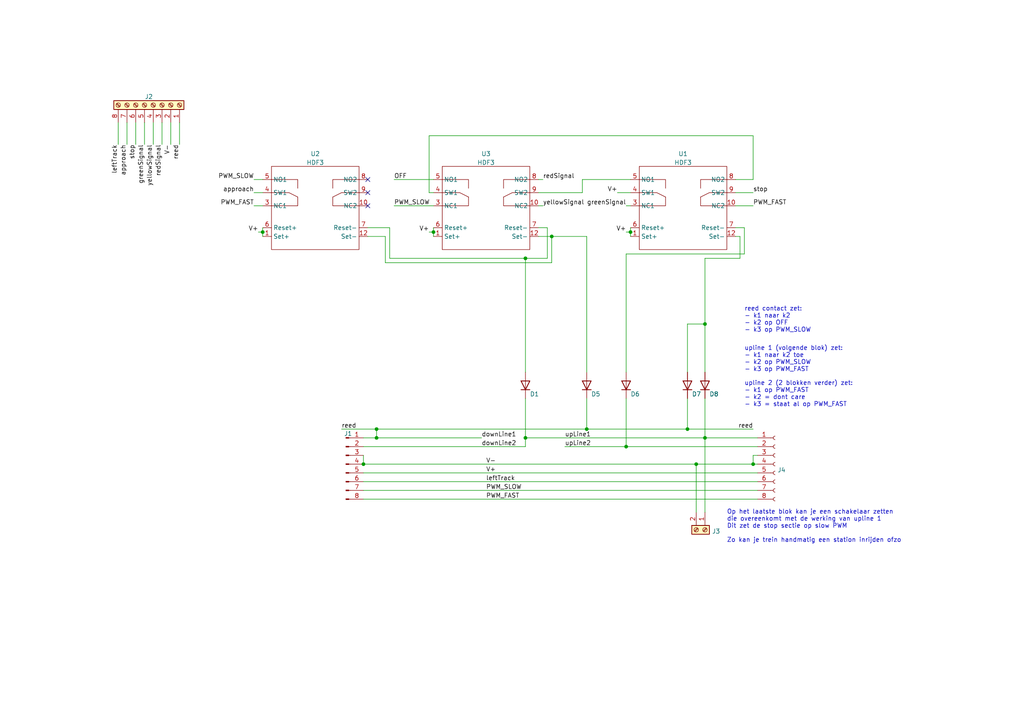
<source format=kicad_sch>
(kicad_sch (version 20211123) (generator eeschema)
  (paper "A4")
  (lib_symbols
    (symbol "Connector:Conn_01x08_Female" (pin_names (offset 1.016) hide)
      (property "Reference" "J" (at 0 10.16 0))
      (property "Value" "Conn_01x08_Female" (at 0 -12.7 0))
      (symbol "Conn_01x08_Female_1_1"
        (arc (start 0 -9.652) (mid -0.508 -10.16) (end 0 -10.668) (stroke (width 0.1524)))
        (arc (start 0 -7.112) (mid -0.508 -7.62) (end 0 -8.128) (stroke (width 0.1524)))
        (arc (start 0 -4.572) (mid -0.508 -5.08) (end 0 -5.588) (stroke (width 0.1524)))
        (arc (start 0 -2.032) (mid -0.508 -2.54) (end 0 -3.048) (stroke (width 0.1524)))
        (polyline (pts (xy -1.27 -10.16) (xy -0.508 -10.16)) (stroke (width 0.1524)))
        (polyline (pts (xy -1.27 -7.62) (xy -0.508 -7.62)) (stroke (width 0.1524)))
        (polyline (pts (xy -1.27 -5.08) (xy -0.508 -5.08)) (stroke (width 0.1524)))
        (polyline (pts (xy -1.27 -2.54) (xy -0.508 -2.54)) (stroke (width 0.1524)))
        (polyline (pts (xy -1.27 0) (xy -0.508 0)) (stroke (width 0.1524)))
        (polyline (pts (xy -1.27 2.54) (xy -0.508 2.54)) (stroke (width 0.1524)))
        (polyline (pts (xy -1.27 5.08) (xy -0.508 5.08)) (stroke (width 0.1524)))
        (polyline (pts (xy -1.27 7.62) (xy -0.508 7.62)) (stroke (width 0.1524)))
        (arc (start 0 0.508) (mid -0.508 0) (end 0 -0.508) (stroke (width 0.1524)))
        (arc (start 0 3.048) (mid -0.508 2.54) (end 0 2.032) (stroke (width 0.1524)))
        (arc (start 0 5.588) (mid -0.508 5.08) (end 0 4.572) (stroke (width 0.1524)))
        (arc (start 0 8.128) (mid -0.508 7.62) (end 0 7.112) (stroke (width 0.1524)))
        (pin passive line (at -5.08 7.62 0) (length 3.81) (name "Pin_1") (number "1"))
        (pin passive line (at -5.08 5.08 0) (length 3.81) (name "Pin_2") (number "2"))
        (pin passive line (at -5.08 2.54 0) (length 3.81) (name "Pin_3") (number "3"))
        (pin passive line (at -5.08 0 0) (length 3.81) (name "Pin_4") (number "4"))
        (pin passive line (at -5.08 -2.54 0) (length 3.81) (name "Pin_5") (number "5"))
        (pin passive line (at -5.08 -5.08 0) (length 3.81) (name "Pin_6") (number "6"))
        (pin passive line (at -5.08 -7.62 0) (length 3.81) (name "Pin_7") (number "7"))
        (pin passive line (at -5.08 -10.16 0) (length 3.81) (name "Pin_8") (number "8"))
      )
    )
    (symbol "Connector:Conn_01x08_Male" (pin_names (offset 1.016) hide)
      (property "Reference" "J" (at 0 10.16 0))
      (property "Value" "Conn_01x08_Male" (at 0 -12.7 0))
      (symbol "Conn_01x08_Male_1_1"
        (polyline (pts (xy 1.27 -10.16) (xy 0.8636 -10.16)) (stroke (width 0.1524)))
        (polyline (pts (xy 1.27 -7.62) (xy 0.8636 -7.62)) (stroke (width 0.1524)))
        (polyline (pts (xy 1.27 -5.08) (xy 0.8636 -5.08)) (stroke (width 0.1524)))
        (polyline (pts (xy 1.27 -2.54) (xy 0.8636 -2.54)) (stroke (width 0.1524)))
        (polyline (pts (xy 1.27 0) (xy 0.8636 0)) (stroke (width 0.1524)))
        (polyline (pts (xy 1.27 2.54) (xy 0.8636 2.54)) (stroke (width 0.1524)))
        (polyline (pts (xy 1.27 5.08) (xy 0.8636 5.08)) (stroke (width 0.1524)))
        (polyline (pts (xy 1.27 7.62) (xy 0.8636 7.62)) (stroke (width 0.1524)))
        (rectangle (start 0.8636 -10.033) (end 0 -10.287) (stroke (width 0.1524)) (fill (type outline)))
        (rectangle (start 0.8636 -7.493) (end 0 -7.747) (stroke (width 0.1524)) (fill (type outline)))
        (rectangle (start 0.8636 -4.953) (end 0 -5.207) (stroke (width 0.1524)) (fill (type outline)))
        (rectangle (start 0.8636 -2.413) (end 0 -2.667) (stroke (width 0.1524)) (fill (type outline)))
        (rectangle (start 0.8636 0.127) (end 0 -0.127) (stroke (width 0.1524)) (fill (type outline)))
        (rectangle (start 0.8636 2.667) (end 0 2.413) (stroke (width 0.1524)) (fill (type outline)))
        (rectangle (start 0.8636 5.207) (end 0 4.953) (stroke (width 0.1524)) (fill (type outline)))
        (rectangle (start 0.8636 7.747) (end 0 7.493) (stroke (width 0.1524)) (fill (type outline)))
        (pin passive line (at 5.08 7.62 180) (length 3.81) (name "Pin_1") (number "1"))
        (pin passive line (at 5.08 5.08 180) (length 3.81) (name "Pin_2") (number "2"))
        (pin passive line (at 5.08 2.54 180) (length 3.81) (name "Pin_3") (number "3"))
        (pin passive line (at 5.08 0 180) (length 3.81) (name "Pin_4") (number "4"))
        (pin passive line (at 5.08 -2.54 180) (length 3.81) (name "Pin_5") (number "5"))
        (pin passive line (at 5.08 -5.08 180) (length 3.81) (name "Pin_6") (number "6"))
        (pin passive line (at 5.08 -7.62 180) (length 3.81) (name "Pin_7") (number "7"))
        (pin passive line (at 5.08 -10.16 180) (length 3.81) (name "Pin_8") (number "8"))
      )
    )
    (symbol "Connector:Screw_Terminal_01x02" (pin_names (offset 1.016) hide)
      (property "Reference" "J" (at 0 2.54 0))
      (property "Value" "Screw_Terminal_01x02" (at 0 -5.08 0))
      (symbol "Screw_Terminal_01x02_1_1"
        (rectangle (start -1.27 1.27) (end 1.27 -3.81) (stroke (width 0.254)) (fill (type background)))
        (circle (center 0 -2.54) (radius 0.635) (stroke (width 0.1524)))
        (polyline (pts (xy -0.5334 -2.2098) (xy 0.3302 -3.048)) (stroke (width 0.1524)))
        (polyline (pts (xy -0.5334 0.3302) (xy 0.3302 -0.508)) (stroke (width 0.1524)))
        (polyline (pts (xy -0.3556 -2.032) (xy 0.508 -2.8702)) (stroke (width 0.1524)))
        (polyline (pts (xy -0.3556 0.508) (xy 0.508 -0.3302)) (stroke (width 0.1524)))
        (circle (center 0 0) (radius 0.635) (stroke (width 0.1524)))
        (pin passive line (at -5.08 0 0) (length 3.81) (name "Pin_1") (number "1"))
        (pin passive line (at -5.08 -2.54 0) (length 3.81) (name "Pin_2") (number "2"))
      )
    )
    (symbol "Connector:Screw_Terminal_01x08" (pin_names (offset 1.016) hide)
      (property "Reference" "J" (at 0 10.16 0))
      (property "Value" "Screw_Terminal_01x08" (at 0 -12.7 0))
      (symbol "Screw_Terminal_01x08_1_1"
        (rectangle (start -1.27 8.89) (end 1.27 -11.43) (stroke (width 0.254)) (fill (type background)))
        (circle (center 0 -10.16) (radius 0.635) (stroke (width 0.1524)))
        (circle (center 0 -7.62) (radius 0.635) (stroke (width 0.1524)))
        (circle (center 0 -5.08) (radius 0.635) (stroke (width 0.1524)))
        (circle (center 0 -2.54) (radius 0.635) (stroke (width 0.1524)))
        (polyline (pts (xy -0.5334 -9.8298) (xy 0.3302 -10.668)) (stroke (width 0.1524)))
        (polyline (pts (xy -0.5334 -7.2898) (xy 0.3302 -8.128)) (stroke (width 0.1524)))
        (polyline (pts (xy -0.5334 -4.7498) (xy 0.3302 -5.588)) (stroke (width 0.1524)))
        (polyline (pts (xy -0.5334 -2.2098) (xy 0.3302 -3.048)) (stroke (width 0.1524)))
        (polyline (pts (xy -0.5334 0.3302) (xy 0.3302 -0.508)) (stroke (width 0.1524)))
        (polyline (pts (xy -0.5334 2.8702) (xy 0.3302 2.032)) (stroke (width 0.1524)))
        (polyline (pts (xy -0.5334 5.4102) (xy 0.3302 4.572)) (stroke (width 0.1524)))
        (polyline (pts (xy -0.5334 7.9502) (xy 0.3302 7.112)) (stroke (width 0.1524)))
        (polyline (pts (xy -0.3556 -9.652) (xy 0.508 -10.4902)) (stroke (width 0.1524)))
        (polyline (pts (xy -0.3556 -7.112) (xy 0.508 -7.9502)) (stroke (width 0.1524)))
        (polyline (pts (xy -0.3556 -4.572) (xy 0.508 -5.4102)) (stroke (width 0.1524)))
        (polyline (pts (xy -0.3556 -2.032) (xy 0.508 -2.8702)) (stroke (width 0.1524)))
        (polyline (pts (xy -0.3556 0.508) (xy 0.508 -0.3302)) (stroke (width 0.1524)))
        (polyline (pts (xy -0.3556 3.048) (xy 0.508 2.2098)) (stroke (width 0.1524)))
        (polyline (pts (xy -0.3556 5.588) (xy 0.508 4.7498)) (stroke (width 0.1524)))
        (polyline (pts (xy -0.3556 8.128) (xy 0.508 7.2898)) (stroke (width 0.1524)))
        (circle (center 0 0) (radius 0.635) (stroke (width 0.1524)))
        (circle (center 0 2.54) (radius 0.635) (stroke (width 0.1524)))
        (circle (center 0 5.08) (radius 0.635) (stroke (width 0.1524)))
        (circle (center 0 7.62) (radius 0.635) (stroke (width 0.1524)))
        (pin passive line (at -5.08 7.62 0) (length 3.81) (name "Pin_1") (number "1"))
        (pin passive line (at -5.08 5.08 0) (length 3.81) (name "Pin_2") (number "2"))
        (pin passive line (at -5.08 2.54 0) (length 3.81) (name "Pin_3") (number "3"))
        (pin passive line (at -5.08 0 0) (length 3.81) (name "Pin_4") (number "4"))
        (pin passive line (at -5.08 -2.54 0) (length 3.81) (name "Pin_5") (number "5"))
        (pin passive line (at -5.08 -5.08 0) (length 3.81) (name "Pin_6") (number "6"))
        (pin passive line (at -5.08 -7.62 0) (length 3.81) (name "Pin_7") (number "7"))
        (pin passive line (at -5.08 -10.16 0) (length 3.81) (name "Pin_8") (number "8"))
      )
    )
    (symbol "Device:D" (pin_numbers hide) (pin_names (offset 1.016) hide)
      (property "Reference" "D" (at 0 2.54 0))
      (property "Value" "D" (at 0 -2.54 0))
      (symbol "D_0_1"
        (polyline (pts (xy -1.27 1.27) (xy -1.27 -1.27)) (stroke (width 0.254)))
        (polyline (pts (xy 1.27 0) (xy -1.27 0)))
        (polyline (pts (xy 1.27 1.27) (xy 1.27 -1.27) (xy -1.27 0) (xy 1.27 1.27)) (stroke (width 0.254)))
      )
      (symbol "D_1_1"
        (pin passive line (at -3.81 0 0) (length 2.54) (name "K") (number "1"))
        (pin passive line (at 3.81 0 180) (length 2.54) (name "A") (number "2"))
      )
    )
    (symbol "custom_kicad_lib_sk:HDF3"
      (property "Reference" "U" (at 0 -3.81 0))
      (property "Value" "HDF3" (at 0 -5.08 0))
      (symbol "HDF3_0_1"
        (rectangle (start -13.97 7.62) (end 10.16 -17.78) (stroke (width 0.1524)))
        (polyline (pts (xy -1.27 -17.78) (xy -1.27 -10.16) (xy 1.27 -10.16)) (stroke (width 0.1524)))
        (polyline (pts (xy -1.27 7.62) (xy -1.27 0) (xy 1.27 0)) (stroke (width 0.1524)))
        (polyline (pts (xy 2.54 -17.78) (xy 2.54 -12.7) (xy 1.27 -10.16)) (stroke (width 0.1524)))
        (polyline (pts (xy 2.54 7.62) (xy 2.54 2.54) (xy 1.27 0)) (stroke (width 0.1524)))
        (polyline (pts (xy 6.35 -17.78) (xy 6.35 -10.16) (xy 3.81 -10.16)) (stroke (width 0.1524)))
        (polyline (pts (xy 6.35 7.62) (xy 6.35 0) (xy 3.81 0)) (stroke (width 0.1524)))
      )
      (symbol "HDF3_1_1"
        (pin passive line (at -10.16 10.16 270) (length 2.54) (name "Set+") (number "1"))
        (pin passive line (at -1.27 -20.32 90) (length 2.54) (name "NC2") (number "10"))
        (pin passive line (at -10.16 -20.32 90) (length 2.54) (name "Set-") (number "12"))
        (pin passive line (at -1.27 10.16 270) (length 2.54) (name "NC1") (number "3"))
        (pin passive line (at 2.54 10.16 270) (length 2.54) (name "SW1") (number "4"))
        (pin passive line (at 6.35 10.16 270) (length 2.54) (name "NO1") (number "5"))
        (pin passive line (at -7.62 10.16 270) (length 2.54) (name "Reset+") (number "6"))
        (pin passive line (at -7.62 -20.32 90) (length 2.54) (name "Reset-") (number "7"))
        (pin passive line (at 6.35 -20.32 90) (length 2.54) (name "NO2") (number "8"))
        (pin passive line (at 2.54 -20.32 90) (length 2.54) (name "SW2") (number "9"))
      )
    )
  )
  (junction (at 152.4 74.93))
  (junction (at 76.2 67.31))
  (junction (at 109.22 127))
  (junction (at 199.39 124.46))
  (junction (at 204.47 127))
  (junction (at 170.18 124.46))
  (junction (at 109.22 124.46))
  (junction (at 218.44 134.62))
  (junction (at 201.93 134.62))
  (junction (at 105.41 134.62))
  (junction (at 160.02 68.58))
  (junction (at 152.4 127))
  (junction (at 125.73 67.31))
  (junction (at 182.88 67.31))
  (junction (at 204.47 93.98))
  (junction (at 181.61 129.54))
  (no_connect (at 106.68 59.69))
  (no_connect (at 106.68 55.88))
  (no_connect (at 106.68 52.07))
  (wire (pts (xy 105.41 144.78) (xy 219.71 144.78)))
  (wire (pts (xy 41.91 35.56) (xy 41.91 41.91)))
  (wire (pts (xy 125.73 67.31) (xy 125.73 68.58)))
  (wire (pts (xy 49.53 35.56) (xy 49.53 41.91)))
  (wire (pts (xy 182.88 66.04) (xy 182.88 67.31)))
  (wire (pts (xy 160.02 68.58) (xy 160.02 76.2)))
  (wire (pts (xy 109.22 127) (xy 139.7 127)))
  (wire (pts (xy 218.44 39.37) (xy 124.46 39.37)))
  (wire (pts (xy 124.46 55.88) (xy 125.73 55.88)))
  (wire (pts (xy 105.41 132.08) (xy 105.41 134.62)))
  (wire (pts (xy 199.39 115.57) (xy 199.39 124.46)))
  (wire (pts (xy 201.93 134.62) (xy 218.44 134.62)))
  (wire (pts (xy 214.63 68.58) (xy 214.63 74.93)))
  (wire (pts (xy 170.18 68.58) (xy 170.18 107.95)))
  (wire (pts (xy 181.61 59.69) (xy 182.88 59.69)))
  (wire (pts (xy 106.68 66.04) (xy 113.03 66.04)))
  (wire (pts (xy 76.2 66.04) (xy 76.2 67.31)))
  (wire (pts (xy 105.41 134.62) (xy 201.93 134.62)))
  (wire (pts (xy 109.22 124.46) (xy 109.22 127)))
  (wire (pts (xy 152.4 74.93) (xy 158.75 74.93)))
  (wire (pts (xy 219.71 129.54) (xy 181.61 129.54)))
  (wire (pts (xy 170.18 124.46) (xy 199.39 124.46)))
  (wire (pts (xy 114.3 52.07) (xy 125.73 52.07)))
  (wire (pts (xy 218.44 134.62) (xy 219.71 134.62)))
  (wire (pts (xy 111.76 76.2) (xy 111.76 68.58)))
  (wire (pts (xy 201.93 134.62) (xy 201.93 148.59)))
  (wire (pts (xy 105.41 127) (xy 109.22 127)))
  (wire (pts (xy 105.41 139.7) (xy 219.71 139.7)))
  (wire (pts (xy 36.83 35.56) (xy 36.83 41.91)))
  (wire (pts (xy 213.36 52.07) (xy 218.44 52.07)))
  (wire (pts (xy 204.47 127) (xy 204.47 148.59)))
  (wire (pts (xy 105.41 129.54) (xy 152.4 129.54)))
  (wire (pts (xy 124.46 39.37) (xy 124.46 55.88)))
  (wire (pts (xy 168.91 52.07) (xy 182.88 52.07)))
  (wire (pts (xy 157.48 52.07) (xy 156.21 52.07)))
  (wire (pts (xy 52.07 35.56) (xy 52.07 41.91)))
  (wire (pts (xy 181.61 67.31) (xy 182.88 67.31)))
  (wire (pts (xy 181.61 129.54) (xy 163.83 129.54)))
  (wire (pts (xy 213.36 55.88) (xy 218.44 55.88)))
  (wire (pts (xy 218.44 132.08) (xy 218.44 134.62)))
  (wire (pts (xy 99.06 124.46) (xy 109.22 124.46)))
  (wire (pts (xy 199.39 93.98) (xy 204.47 93.98)))
  (wire (pts (xy 204.47 115.57) (xy 204.47 127)))
  (wire (pts (xy 109.22 124.46) (xy 170.18 124.46)))
  (wire (pts (xy 76.2 55.88) (xy 73.66 55.88)))
  (wire (pts (xy 168.91 55.88) (xy 168.91 52.07)))
  (wire (pts (xy 152.4 115.57) (xy 152.4 127)))
  (wire (pts (xy 213.36 59.69) (xy 218.44 59.69)))
  (wire (pts (xy 113.03 66.04) (xy 113.03 74.93)))
  (wire (pts (xy 156.21 55.88) (xy 168.91 55.88)))
  (wire (pts (xy 204.47 93.98) (xy 204.47 107.95)))
  (wire (pts (xy 114.3 59.69) (xy 125.73 59.69)))
  (wire (pts (xy 181.61 115.57) (xy 181.61 129.54)))
  (wire (pts (xy 199.39 93.98) (xy 199.39 107.95)))
  (wire (pts (xy 124.46 67.31) (xy 125.73 67.31)))
  (wire (pts (xy 160.02 68.58) (xy 170.18 68.58)))
  (wire (pts (xy 105.41 142.24) (xy 219.71 142.24)))
  (wire (pts (xy 34.29 35.56) (xy 34.29 41.91)))
  (wire (pts (xy 199.39 124.46) (xy 218.44 124.46)))
  (wire (pts (xy 204.47 127) (xy 219.71 127)))
  (wire (pts (xy 182.88 55.88) (xy 179.07 55.88)))
  (wire (pts (xy 181.61 73.66) (xy 215.9 73.66)))
  (wire (pts (xy 152.4 127) (xy 204.47 127)))
  (wire (pts (xy 113.03 74.93) (xy 152.4 74.93)))
  (wire (pts (xy 73.66 59.69) (xy 76.2 59.69)))
  (wire (pts (xy 218.44 52.07) (xy 218.44 39.37)))
  (wire (pts (xy 204.47 93.98) (xy 204.47 74.93)))
  (wire (pts (xy 46.99 35.56) (xy 46.99 41.91)))
  (wire (pts (xy 125.73 66.04) (xy 125.73 67.31)))
  (wire (pts (xy 76.2 67.31) (xy 76.2 68.58)))
  (wire (pts (xy 105.41 137.16) (xy 219.71 137.16)))
  (wire (pts (xy 152.4 74.93) (xy 152.4 107.95)))
  (wire (pts (xy 182.88 67.31) (xy 182.88 68.58)))
  (wire (pts (xy 39.37 35.56) (xy 39.37 41.91)))
  (wire (pts (xy 152.4 129.54) (xy 152.4 127)))
  (wire (pts (xy 204.47 74.93) (xy 214.63 74.93)))
  (wire (pts (xy 213.36 66.04) (xy 215.9 66.04)))
  (wire (pts (xy 181.61 73.66) (xy 181.61 107.95)))
  (wire (pts (xy 156.21 68.58) (xy 160.02 68.58)))
  (wire (pts (xy 170.18 115.57) (xy 170.18 124.46)))
  (wire (pts (xy 158.75 74.93) (xy 158.75 66.04)))
  (wire (pts (xy 73.66 52.07) (xy 76.2 52.07)))
  (wire (pts (xy 215.9 73.66) (xy 215.9 66.04)))
  (wire (pts (xy 157.48 59.69) (xy 156.21 59.69)))
  (wire (pts (xy 111.76 76.2) (xy 160.02 76.2)))
  (wire (pts (xy 44.45 35.56) (xy 44.45 41.91)))
  (wire (pts (xy 111.76 68.58) (xy 106.68 68.58)))
  (wire (pts (xy 74.93 67.31) (xy 76.2 67.31)))
  (wire (pts (xy 213.36 68.58) (xy 214.63 68.58)))
  (wire (pts (xy 218.44 132.08) (xy 219.71 132.08)))
  (wire (pts (xy 158.75 66.04) (xy 156.21 66.04)))
  (text "upline 1 (volgende blok) zet:\n- k1 naar k2 toe\n- k2 op PWM_SLOW\n- k3 op PWM_FAST" (at 215.9 107.95 0) (effects (font (size 1.27 1.27)) (justify left bottom)))
  (text "Op het laatste blok kan je een schakelaar zetten\ndie overeenkomt met de werking van upline 1\nDit zet de stop sectie op slow PWM\n\nZo kan je trein handmatig een station inrijden ofzo" (at 210.82 157.48 0) (effects (font (size 1.27 1.27)) (justify left bottom)))
  (text "reed contact zet:\n- k1 naar k2\n- k2 op OFF\n- k3 op PWM_SLOW" (at 215.9 96.52 0) (effects (font (size 1.27 1.27)) (justify left bottom)))
  (text "upline 2 (2 blokken verder) zet:\n- k1 op PWM_FAST\n- k2 = dont care\n- k3 = staat al op PWM_FAST" (at 215.9 118.11 0) (effects (font (size 1.27 1.27)) (justify left bottom)))
  (label "approach" (at 36.83 41.91 270))
  (label "leftTrack" (at 34.29 41.91 270))
  (label "greenSignal" (at 41.91 41.91 270))
  (label "stop" (at 39.37 41.91 270))
  (label "V+" (at 74.93 67.31 180))
  (label "PWM_FAST" (at 73.66 59.69 180))
  (label "upLine2" (at 163.83 129.54 0))
  (label "yellowSignal" (at 44.45 41.91 270))
  (label "yellowSignal" (at 157.48 59.69 0))
  (label "redSignal" (at 157.48 52.07 0))
  (label "PWM_FAST" (at 218.44 59.69 0))
  (label "stop" (at 218.44 55.88 0))
  (label "V+" (at 179.07 55.88 180))
  (label "V-" (at 49.53 41.91 270))
  (label "upLine1" (at 163.83 127 0))
  (label "PWM_SLOW" (at 140.97 142.24 0))
  (label "PWM_SLOW" (at 73.66 52.07 180))
  (label "OFF" (at 114.3 52.07 0))
  (label "redSignal" (at 46.99 41.91 270))
  (label "V+" (at 140.97 137.16 0))
  (label "greenSignal" (at 181.61 59.69 180))
  (label "PWM_SLOW" (at 114.3 59.69 0))
  (label "V+" (at 181.61 67.31 180))
  (label "leftTrack" (at 140.97 139.7 0))
  (label "reed" (at 52.07 41.91 270))
  (label "downLine2" (at 139.7 129.54 0))
  (label "approach" (at 73.66 55.88 180))
  (label "V-" (at 140.97 134.62 0))
  (label "reed" (at 218.44 124.46 180))
  (label "V+" (at 124.46 67.31 180))
  (label "downLine1" (at 139.7 127 0))
  (label "PWM_FAST" (at 140.97 144.78 0))
  (label "reed" (at 99.06 124.46 0))
  (symbol (lib_id "Connector:Screw_Terminal_01x02") (at 204.47 153.67 270) (unit 1)
    (property "Reference" "J3" (at 206.502 154.1038 90) (effects (justify left)))
    (property "Value" "Screw_Terminal_01x02" (effects hide))
    (property "Footprint" "TerminalBlock_Phoenix:TerminalBlock_Phoenix_MKDS-1,5-2-5.08_1x02_P5.08mm_Horizontal" (effects hide))
  )
  (symbol (lib_id "Connector:Conn_01x08_Male") (at 100.33 134.62 0) (unit 1)
    (property "Reference" "J1" (at 100.965 125.761 0))
    (property "Value" "Conn_01x08_Male" (effects hide))
    (property "Footprint" "Connector_PinHeader_2.54mm:PinHeader_1x08_P2.54mm_Horizontal" (effects hide))
  )
  (symbol (lib_id "Device:D") (at 199.39 111.76 90) (unit 1)
    (property "Reference" "D7" (at 200.66 114.3 90) (effects (justify right)))
    (property "Value" "D" (effects hide))
    (property "Footprint" "Diode_THT:D_DO-34_SOD68_P7.62mm_Horizontal" (effects hide))
  )
  (symbol (lib_id "Device:D") (at 181.61 111.76 90) (unit 1)
    (property "Reference" "D6" (at 182.88 114.3 90) (effects (justify right)))
    (property "Value" "D" (effects hide))
    (property "Footprint" "Diode_THT:D_DO-34_SOD68_P7.62mm_Horizontal" (effects hide))
  )
  (symbol (lib_id "Device:D") (at 152.4 111.76 90) (unit 1)
    (property "Reference" "D1" (at 153.67 114.3 90) (effects (justify right)))
    (property "Value" "D" (effects hide))
    (property "Footprint" "Diode_THT:D_DO-34_SOD68_P7.62mm_Horizontal" (effects hide))
  )
  (symbol (lib_id "Device:D") (at 204.47 111.76 90) (unit 1)
    (property "Reference" "D8" (at 205.74 114.3 90) (effects (justify right)))
    (property "Value" "D" (effects hide))
    (property "Footprint" "Diode_THT:D_DO-34_SOD68_P7.62mm_Horizontal" (effects hide))
  )
  (symbol (lib_id "custom_kicad_lib_sk:HDF3") (at 86.36 58.42 90) (unit 1)
    (property "Reference" "U2" (at 91.44 44.611 90))
    (property "Value" "HDF3" (at 91.44 47.1479 90))
    (property "Footprint" "custom_kicad_lib_sk:HDF3" (effects hide))
  )
  (symbol (lib_id "custom_kicad_lib_sk:HDF3") (at 193.04 58.42 90) (unit 1)
    (property "Reference" "U1" (at 198.12 44.611 90))
    (property "Value" "HDF3" (at 198.12 47.1479 90))
    (property "Footprint" "custom_kicad_lib_sk:HDF3" (effects hide))
  )
  (symbol (lib_id "custom_kicad_lib_sk:HDF3") (at 135.89 58.42 90) (unit 1)
    (property "Reference" "U3" (at 140.97 44.611 90))
    (property "Value" "HDF3" (at 140.97 47.1479 90))
    (property "Footprint" "custom_kicad_lib_sk:HDF3" (effects hide))
  )
  (symbol (lib_id "Device:D") (at 170.18 111.76 90) (unit 1)
    (property "Reference" "D5" (at 171.45 114.3 90) (effects (justify right)))
    (property "Value" "D" (effects hide))
    (property "Footprint" "Diode_THT:D_DO-34_SOD68_P7.62mm_Horizontal" (effects hide))
  )
  (symbol (lib_id "Connector:Conn_01x08_Female") (at 224.79 134.62 0) (unit 1)
    (property "Reference" "J4" (at 225.5012 136.3238 0) (effects (justify left)))
    (property "Value" "Conn_01x08_Female" (effects hide))
    (property "Footprint" "Connector_PinSocket_2.54mm:PinSocket_1x08_P2.54mm_Horizontal" (effects hide))
  )
  (symbol (lib_id "Connector:Screw_Terminal_01x08") (at 44.45 30.48 270) (mirror x) (unit 1)
    (property "Reference" "J2" (at 43.18 28.0472 90))
    (property "Value" "Screw_Terminal_01x08" (effects hide))
    (property "Footprint" "TerminalBlock_Phoenix:TerminalBlock_Phoenix_MKDS-1,5-8-5.08_1x08_P5.08mm_Horizontal" (effects hide))
  )
)
</source>
